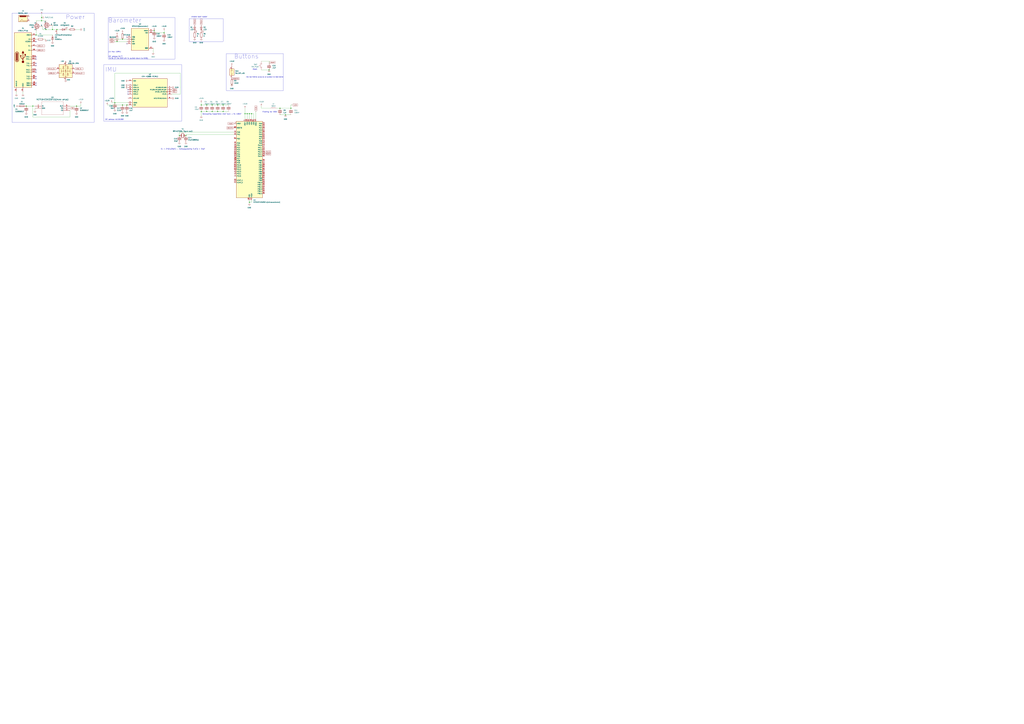
<source format=kicad_sch>
(kicad_sch (version 20230121) (generator eeschema)
  (paper "A0")
  (lib_symbols
    (symbol "2024-02-19_22-09-14:USB4105-GF-A" (pin_names (offset 0.254))
      (property "Reference" "J" (at 20.32 10.16 0))
      (property "Value" "USB4105-GF-A" (at 20.32 7.62 0))
      (symbol "USB4105-GF-A_0_1"
        (pin power_out line (at 0 0 0) (length 7.62) (name "GND") (number "A1-B12"))
        (pin power_in line (at 0 -2.54 0) (length 7.62) (name "VBUS") (number "A4-B9"))
        (pin bidirectional line (at 0 -5.08 0) (length 7.62) (name "CC1") (number "A5"))
        (pin bidirectional line (at 0 -7.62 0) (length 7.62) (name "DP1") (number "A6"))
        (pin bidirectional line (at 0 -10.16 0) (length 7.62) (name "DN1") (number "A7"))
        (pin bidirectional line (at 0 -12.7 0) (length 7.62) (name "SBU1") (number "A8"))
        (pin power_out line (at 40.64 -12.7 180) (length 7.62) (name "GND") (number "B1-A12"))
        (pin power_in line (at 40.64 -10.16 180) (length 7.62) (name "VBUS") (number "B4-A9"))
        (pin bidirectional line (at 40.64 -7.62 180) (length 7.62) (name "CC2") (number "B5"))
        (pin bidirectional line (at 40.64 -5.08 180) (length 7.62) (name "DP2") (number "B6"))
        (pin bidirectional line (at 40.64 -2.54 180) (length 7.62) (name "DN2") (number "B7"))
        (pin bidirectional line (at 40.64 0 180) (length 7.62) (name "SBU2") (number "B8"))
      )
    )
    (symbol "Connector:Barrel_Jack" (pin_names (offset 1.016))
      (property "Reference" "J" (at 0 5.334 0))
      (property "Value" "Barrel_Jack" (at 0 -5.08 0))
      (symbol "Barrel_Jack_1_1"
        (pin passive line (at 7.62 2.54 180) (length 2.54) (name "~") (number "1"))
        (pin passive line (at 7.62 -2.54 180) (length 2.54) (name "~") (number "2"))
      )
    )
    (symbol "Connector:Conn_01x01_Pin" (pin_names (offset 1.016) hide)
      (property "Reference" "J" (at 0 2.54 0))
      (property "Value" "Conn_01x01_Pin" (at 0 -2.54 0))
      (symbol "Conn_01x01_Pin_1_1"
        (pin passive line (at 5.08 0 180) (length 3.81) (name "Pin_1") (number "1"))
      )
    )
    (symbol "Connector:USB_C_Plug" (pin_names (offset 1.016))
      (property "Reference" "P" (at -10.16 29.21 0))
      (property "Value" "USB_C_Plug" (at 10.16 29.21 0))
      (symbol "USB_C_Plug_1_1"
        (pin passive line (at 0 -40.64 90) (length 5.08) (name "GND") (number "A1"))
        (pin bidirectional line (at 15.24 -15.24 180) (length 5.08) (name "RX2-") (number "A10"))
        (pin bidirectional line (at 15.24 -17.78 180) (length 5.08) (name "RX2+") (number "A11"))
        (pin passive line (at 0 -40.64 90) (length 5.08) hide (name "GND") (number "A12"))
        (pin bidirectional line (at 15.24 -10.16 180) (length 5.08) (name "TX1+") (number "A2"))
        (pin bidirectional line (at 15.24 -7.62 180) (length 5.08) (name "TX1-") (number "A3"))
        (pin passive line (at 15.24 25.4 180) (length 5.08) (name "VBUS") (number "A4"))
        (pin bidirectional line (at 15.24 20.32 180) (length 5.08) (name "CC") (number "A5"))
        (pin bidirectional line (at 15.24 7.62 180) (length 5.08) (name "D+") (number "A6"))
        (pin bidirectional line (at 15.24 12.7 180) (length 5.08) (name "D-") (number "A7"))
        (pin bidirectional line (at 15.24 -30.48 180) (length 5.08) (name "SBU1") (number "A8"))
        (pin passive line (at 15.24 25.4 180) (length 5.08) hide (name "VBUS") (number "A9"))
        (pin passive line (at 0 -40.64 90) (length 5.08) hide (name "GND") (number "B1"))
        (pin bidirectional line (at 15.24 0 180) (length 5.08) (name "RX1-") (number "B10"))
        (pin bidirectional line (at 15.24 -2.54 180) (length 5.08) (name "RX1+") (number "B11"))
        (pin passive line (at 0 -40.64 90) (length 5.08) hide (name "GND") (number "B12"))
        (pin bidirectional line (at 15.24 -25.4 180) (length 5.08) (name "TX2+") (number "B2"))
        (pin bidirectional line (at 15.24 -22.86 180) (length 5.08) (name "TX2-") (number "B3"))
        (pin passive line (at 15.24 25.4 180) (length 5.08) hide (name "VBUS") (number "B4"))
        (pin bidirectional line (at 15.24 17.78 180) (length 5.08) (name "VCONN") (number "B5"))
        (pin bidirectional line (at 15.24 -33.02 180) (length 5.08) (name "SBU2") (number "B8"))
        (pin passive line (at 15.24 25.4 180) (length 5.08) hide (name "VBUS") (number "B9"))
        (pin passive line (at -7.62 -40.64 90) (length 5.08) (name "SHIELD") (number "S1"))
      )
    )
    (symbol "DPS310:DPS310" (pin_names (offset 1.016))
      (property "Reference" "U" (at -10.16 13.462 0))
      (property "Value" "DPS310" (at -10.16 -15.24 0))
      (symbol "DPS310_0_0"
        (pin power_in line (at 15.24 -10.16 180) (length 5.08) (name "GND") (number "1"))
        (pin input line (at -15.24 2.54 0) (length 5.08) (name "~{CSB}") (number "2"))
        (pin bidirectional line (at -15.24 -2.54 0) (length 5.08) (name "SDI") (number "3"))
        (pin input clock (at -15.24 0 0) (length 5.08) (name "SCK") (number "4"))
        (pin output line (at -15.24 -5.08 0) (length 5.08) (name "SDO") (number "5"))
        (pin power_in line (at 15.24 10.16 180) (length 5.08) (name "VDDIO") (number "6"))
        (pin power_in line (at 15.24 -10.16 180) (length 5.08) (name "GND") (number "7"))
        (pin power_in line (at 15.24 7.62 180) (length 5.08) (name "VDD") (number "8"))
      )
    )
    (symbol "Device:C" (pin_numbers hide) (pin_names (offset 0.254))
      (property "Reference" "C" (at 0.635 2.54 0))
      (property "Value" "C" (at 0.635 -2.54 0))
      (symbol "C_1_1"
        (pin passive line (at 0 3.81 270) (length 2.794) (name "~") (number "1"))
        (pin passive line (at 0 -3.81 90) (length 2.794) (name "~") (number "2"))
      )
    )
    (symbol "Device:Crystal" (pin_numbers hide) (pin_names (offset 1.016) hide)
      (property "Reference" "Y" (at 0 3.81 0))
      (property "Value" "Crystal" (at 0 -3.81 0))
      (symbol "Crystal_1_1"
        (pin passive line (at -3.81 0 0) (length 1.27) (name "1") (number "1"))
        (pin passive line (at 3.81 0 180) (length 1.27) (name "2") (number "2"))
      )
    )
    (symbol "Device:Fuse" (pin_numbers hide) (pin_names (offset 0))
      (property "Reference" "F" (at 2.032 0 90))
      (property "Value" "Fuse" (at -1.905 0 90))
      (symbol "Fuse_1_1"
        (pin passive line (at 0 3.81 270) (length 1.27) (name "~") (number "1"))
        (pin passive line (at 0 -3.81 90) (length 1.27) (name "~") (number "2"))
      )
    )
    (symbol "Device:L" (pin_numbers hide) (pin_names (offset 1.016) hide)
      (property "Reference" "L" (at -1.27 0 90))
      (property "Value" "L" (at 1.905 0 90))
      (symbol "L_1_1"
        (pin passive line (at 0 3.81 270) (length 1.27) (name "1") (number "1"))
        (pin passive line (at 0 -3.81 90) (length 1.27) (name "2") (number "2"))
      )
    )
    (symbol "Device:LED" (pin_numbers hide) (pin_names (offset 1.016) hide)
      (property "Reference" "D" (at 0 2.54 0))
      (property "Value" "LED" (at 0 -2.54 0))
      (symbol "LED_1_1"
        (pin passive line (at -3.81 0 0) (length 2.54) (name "K") (number "1"))
        (pin passive line (at 3.81 0 180) (length 2.54) (name "A") (number "2"))
      )
    )
    (symbol "Device:R" (pin_numbers hide) (pin_names (offset 0))
      (property "Reference" "R" (at 2.032 0 90))
      (property "Value" "R" (at 0 0 90))
      (symbol "R_1_1"
        (pin passive line (at 0 3.81 270) (length 1.27) (name "~") (number "1"))
        (pin passive line (at 0 -3.81 90) (length 1.27) (name "~") (number "2"))
      )
    )
    (symbol "Diode:ESD5Zxx" (pin_numbers hide) (pin_names hide)
      (property "Reference" "D" (at 0 2.54 0))
      (property "Value" "ESD5Zxx" (at 0 -2.54 0))
      (symbol "ESD5Zxx_1_1"
        (pin passive line (at -3.81 0 0) (length 2.54) (name "K") (number "1"))
        (pin passive line (at 3.81 0 180) (length 2.54) (name "A") (number "2"))
      )
    )
    (symbol "ICM-42688-P:ICM-42688-P" (pin_names (offset 1.016))
      (property "Reference" "U" (at -20.32 16.002 0))
      (property "Value" "ICM-42688-P" (at -20.32 -20.32 0))
      (symbol "ICM-42688-P_0_0"
        (pin bidirectional line (at -25.4 -7.62 0) (length 5.08) (name "AP_SDO/AP_AD0") (number "1"))
        (pin passive line (at 25.4 -5.08 180) (length 5.08) (name "RESV_10") (number "10"))
        (pin passive line (at 25.4 -7.62 180) (length 5.08) (name "RESV_11") (number "11"))
        (pin input line (at -25.4 0 0) (length 5.08) (name "AP_CS") (number "12"))
        (pin input clock (at -25.4 -2.54 0) (length 5.08) (name "AP_SCL/AP_SCLK") (number "13"))
        (pin bidirectional line (at -25.4 -5.08 0) (length 5.08) (name "AP_SDA/AP_SDIO/AP_SDI") (number "14"))
        (pin passive line (at 25.4 0 180) (length 5.08) (name "RESV_2") (number "2"))
        (pin passive line (at 25.4 -2.54 180) (length 5.08) (name "RESV_3") (number "3"))
        (pin output line (at 25.4 5.08 180) (length 5.08) (name "INT1/INT") (number "4"))
        (pin power_in line (at 25.4 10.16 180) (length 5.08) (name "VDDIO") (number "5"))
        (pin power_in line (at 25.4 -15.24 180) (length 5.08) (name "GND") (number "6"))
        (pin passive line (at 25.4 -10.16 180) (length 5.08) (name "RESV_7") (number "7"))
        (pin power_in line (at 25.4 12.7 180) (length 5.08) (name "VDD") (number "8"))
        (pin bidirectional line (at -25.4 5.08 0) (length 5.08) (name "INT2/FSYNC/CLKIN") (number "9"))
      )
    )
    (symbol "MCU_ST_STM32F4:STM32F405RGTx"
      (property "Reference" "U" (at -15.24 46.99 0))
      (property "Value" "STM32F405RGTx" (at 10.16 46.99 0))
      (symbol "STM32F405RGTx_1_1"
        (pin power_in line (at -5.08 48.26 270) (length 2.54) (name "VBAT") (number "1"))
        (pin bidirectional line (at -17.78 15.24 0) (length 2.54) (name "PC2") (number "10"))
        (pin bidirectional line (at -17.78 12.7 0) (length 2.54) (name "PC3") (number "11"))
        (pin power_in line (at 2.54 -45.72 90) (length 2.54) (name "VSSA") (number "12"))
        (pin power_in line (at 7.62 48.26 270) (length 2.54) (name "VDDA") (number "13"))
        (pin bidirectional line (at 17.78 43.18 180) (length 2.54) (name "PA0") (number "14"))
        (pin bidirectional line (at 17.78 40.64 180) (length 2.54) (name "PA1") (number "15"))
        (pin bidirectional line (at 17.78 38.1 180) (length 2.54) (name "PA2") (number "16"))
        (pin bidirectional line (at 17.78 35.56 180) (length 2.54) (name "PA3") (number "17"))
        (pin power_in line (at 0 -45.72 90) (length 2.54) (name "VSS") (number "18"))
        (pin power_in line (at -2.54 48.26 270) (length 2.54) (name "VDD") (number "19"))
        (pin bidirectional line (at -17.78 -12.7 0) (length 2.54) (name "PC13") (number "2"))
        (pin bidirectional line (at 17.78 33.02 180) (length 2.54) (name "PA4") (number "20"))
        (pin bidirectional line (at 17.78 30.48 180) (length 2.54) (name "PA5") (number "21"))
        (pin bidirectional line (at 17.78 27.94 180) (length 2.54) (name "PA6") (number "22"))
        (pin bidirectional line (at 17.78 25.4 180) (length 2.54) (name "PA7") (number "23"))
        (pin bidirectional line (at -17.78 10.16 0) (length 2.54) (name "PC4") (number "24"))
        (pin bidirectional line (at -17.78 7.62 0) (length 2.54) (name "PC5") (number "25"))
        (pin bidirectional line (at 17.78 0 180) (length 2.54) (name "PB0") (number "26"))
        (pin bidirectional line (at 17.78 -2.54 180) (length 2.54) (name "PB1") (number "27"))
        (pin bidirectional line (at 17.78 -5.08 180) (length 2.54) (name "PB2") (number "28"))
        (pin bidirectional line (at 17.78 -25.4 180) (length 2.54) (name "PB10") (number "29"))
        (pin bidirectional line (at -17.78 -15.24 0) (length 2.54) (name "PC14") (number "3"))
        (pin bidirectional line (at 17.78 -27.94 180) (length 2.54) (name "PB11") (number "30"))
        (pin power_out line (at -17.78 -22.86 0) (length 2.54) (name "VCAP_1") (number "31"))
        (pin power_in line (at 0 48.26 270) (length 2.54) (name "VDD") (number "32"))
        (pin bidirectional line (at 17.78 -30.48 180) (length 2.54) (name "PB12") (number "33"))
        (pin bidirectional line (at 17.78 -33.02 180) (length 2.54) (name "PB13") (number "34"))
        (pin bidirectional line (at 17.78 -35.56 180) (length 2.54) (name "PB14") (number "35"))
        (pin bidirectional line (at 17.78 -38.1 180) (length 2.54) (name "PB15") (number "36"))
        (pin bidirectional line (at -17.78 5.08 0) (length 2.54) (name "PC6") (number "37"))
        (pin bidirectional line (at -17.78 2.54 0) (length 2.54) (name "PC7") (number "38"))
        (pin bidirectional line (at -17.78 0 0) (length 2.54) (name "PC8") (number "39"))
        (pin bidirectional line (at -17.78 -17.78 0) (length 2.54) (name "PC15") (number "4"))
        (pin bidirectional line (at -17.78 -2.54 0) (length 2.54) (name "PC9") (number "40"))
        (pin bidirectional line (at 17.78 22.86 180) (length 2.54) (name "PA8") (number "41"))
        (pin bidirectional line (at 17.78 20.32 180) (length 2.54) (name "PA9") (number "42"))
        (pin bidirectional line (at 17.78 17.78 180) (length 2.54) (name "PA10") (number "43"))
        (pin bidirectional line (at 17.78 15.24 180) (length 2.54) (name "PA11") (number "44"))
        (pin bidirectional line (at 17.78 12.7 180) (length 2.54) (name "PA12") (number "45"))
        (pin bidirectional line (at 17.78 10.16 180) (length 2.54) (name "PA13") (number "46"))
        (pin power_out line (at -17.78 -25.4 0) (length 2.54) (name "VCAP_2") (number "47"))
        (pin power_in line (at 2.54 48.26 270) (length 2.54) (name "VDD") (number "48"))
        (pin bidirectional line (at 17.78 7.62 180) (length 2.54) (name "PA14") (number "49"))
        (pin bidirectional line (at -17.78 33.02 0) (length 2.54) (name "PH0") (number "5"))
        (pin bidirectional line (at 17.78 5.08 180) (length 2.54) (name "PA15") (number "50"))
        (pin bidirectional line (at -17.78 -5.08 0) (length 2.54) (name "PC10") (number "51"))
        (pin bidirectional line (at -17.78 -7.62 0) (length 2.54) (name "PC11") (number "52"))
        (pin bidirectional line (at -17.78 -10.16 0) (length 2.54) (name "PC12") (number "53"))
        (pin bidirectional line (at -17.78 25.4 0) (length 2.54) (name "PD2") (number "54"))
        (pin bidirectional line (at 17.78 -7.62 180) (length 2.54) (name "PB3") (number "55"))
        (pin bidirectional line (at 17.78 -10.16 180) (length 2.54) (name "PB4") (number "56"))
        (pin bidirectional line (at 17.78 -12.7 180) (length 2.54) (name "PB5") (number "57"))
        (pin bidirectional line (at 17.78 -15.24 180) (length 2.54) (name "PB6") (number "58"))
        (pin bidirectional line (at 17.78 -17.78 180) (length 2.54) (name "PB7") (number "59"))
        (pin bidirectional line (at -17.78 30.48 0) (length 2.54) (name "PH1") (number "6"))
        (pin input line (at -17.78 38.1 0) (length 2.54) (name "BOOT0") (number "60"))
        (pin bidirectional line (at 17.78 -20.32 180) (length 2.54) (name "PB8") (number "61"))
        (pin bidirectional line (at 17.78 -22.86 180) (length 2.54) (name "PB9") (number "62"))
        (pin passive line (at 0 -45.72 90) (length 2.54) hide (name "VSS") (number "63"))
        (pin power_in line (at 5.08 48.26 270) (length 2.54) (name "VDD") (number "64"))
        (pin input line (at -17.78 43.18 0) (length 2.54) (name "NRST") (number "7"))
        (pin bidirectional line (at -17.78 20.32 0) (length 2.54) (name "PC0") (number "8"))
        (pin bidirectional line (at -17.78 17.78 0) (length 2.54) (name "PC1") (number "9"))
      )
    )
    (symbol "NCP164CSN330T1G:NCP164CSN330T1G" (pin_names (offset 0.254))
      (property "Reference" "U" (at 20.32 10.16 0))
      (property "Value" "NCP164CSN330T1G" (at 20.32 7.62 0))
      (symbol "NCP164CSN330T1G_0_1"
        (pin power_in line (at 0 0 0) (length 7.62) (name "IN") (number "1"))
        (pin power_out line (at 0 -2.54 0) (length 7.62) (name "GND") (number "2"))
        (pin unspecified line (at 40.64 -5.08 180) (length 7.62) (name "EN") (number "3"))
        (pin unspecified line (at 40.64 -2.54 180) (length 7.62) (name "PG") (number "4"))
        (pin output line (at 40.64 0 180) (length 7.62) (name "OUT") (number "5"))
      )
    )
    (symbol "Power_Protection:USBLC6-2P6" (pin_names hide)
      (property "Reference" "U" (at 2.54 8.89 0))
      (property "Value" "USBLC6-2P6" (at 2.54 -8.89 0))
      (symbol "USBLC6-2P6_1_1"
        (pin passive line (at -10.16 -2.54 0) (length 2.54) (name "I/O1") (number "1"))
        (pin passive line (at 0 -10.16 90) (length 2.54) (name "GND") (number "2"))
        (pin passive line (at 10.16 -2.54 180) (length 2.54) (name "I/O2") (number "3"))
        (pin passive line (at 10.16 2.54 180) (length 2.54) (name "I/O2") (number "4"))
        (pin passive line (at 0 10.16 270) (length 2.54) (name "VBUS") (number "5"))
        (pin passive line (at -10.16 2.54 0) (length 2.54) (name "I/O1") (number "6"))
      )
    )
    (symbol "Simulation_SPICE:NMOS" (pin_numbers hide) (pin_names (offset 0))
      (property "Reference" "Q" (at 5.08 1.27 0))
      (property "Value" "NMOS" (at 5.08 -1.27 0))
      (symbol "NMOS_1_1"
        (pin passive line (at 2.54 5.08 270) (length 2.54) (name "D") (number "1"))
        (pin input line (at -5.08 0 0) (length 2.54) (name "G") (number "2"))
        (pin passive line (at 2.54 -5.08 90) (length 2.54) (name "S") (number "3"))
      )
    )
    (symbol "Simulation_SPICE:PMOS" (pin_numbers hide) (pin_names (offset 0))
      (property "Reference" "Q" (at 5.08 1.27 0))
      (property "Value" "PMOS" (at 5.08 -1.27 0))
      (symbol "PMOS_1_1"
        (pin passive line (at 2.54 5.08 270) (length 2.54) (name "D") (number "1"))
        (pin input line (at -5.08 0 0) (length 2.54) (name "G") (number "2"))
        (pin passive line (at 2.54 -5.08 90) (length 2.54) (name "S") (number "3"))
      )
    )
    (symbol "Switch:SW_DIP_x01" (pin_names (offset 0) hide)
      (property "Reference" "SW" (at 0 3.81 0))
      (property "Value" "SW_DIP_x01" (at 0 -3.81 0))
      (symbol "SW_DIP_x01_1_1"
        (pin passive line (at -7.62 0 0) (length 5.08) (name "~") (number "1"))
        (pin passive line (at 7.62 0 180) (length 5.08) (name "~") (number "2"))
      )
    )
    (symbol "Switch:SW_Push" (pin_numbers hide) (pin_names (offset 1.016) hide)
      (property "Reference" "SW" (at 1.27 2.54 0))
      (property "Value" "SW_Push" (at 0 -1.524 0))
      (symbol "SW_Push_0_1"
        (pin passive line (at -5.08 0 0) (length 2.54) (name "1") (number "1"))
        (pin passive line (at 5.08 0 180) (length 2.54) (name "2") (number "2"))
      )
    )
    (symbol "power:+3.3V" (power) (pin_names (offset 0))
      (property "Value" "+3.3V" (at 0 3.556 0))
      (symbol "+3.3V_1_1"
        (pin power_in line (at 0 0 90) (length 0) hide (name "+3.3V") (number "1"))
      )
    )
    (symbol "power:+5V" (power) (pin_names (offset 0))
      (property "Value" "+5V" (at 0 3.556 0))
      (symbol "+5V_1_1"
        (pin power_in line (at 0 0 90) (length 0) hide (name "+5V") (number "1"))
      )
    )
    (symbol "power:GND" (power) (pin_names (offset 0))
      (property "Value" "GND" (at 0 -3.81 0))
      (symbol "GND_1_1"
        (pin power_in line (at 0 0 270) (length 0) hide (name "GND") (number "1"))
      )
    )
    (symbol "power:PWR_FLAG" (power) (pin_numbers hide) (pin_names (offset 0) hide)
      (property "Value" "PWR_FLAG" (at 0 3.81 0))
      (symbol "PWR_FLAG_0_0"
        (pin power_out line (at 0 0 90) (length 0) (name "pwr") (number "1"))
      )
    )
  )
  (junction (at 325.12 125.73))
  (junction (at 287.02 132.08))
  (junction (at 135.89 48.26))
  (junction (at 179.07 35.56))
  (junction (at 190.5 38.1))
  (junction (at 88.9 123.19))
  (junction (at 252.73 121.92))
  (junction (at 48.26 24.13))
  (junction (at 312.42 81.28))
  (junction (at 147.32 121.92))
  (junction (at 289.56 234.95))
  (junction (at 331.47 133.35))
  (junction (at 66.04 34.29))
  (junction (at 233.68 121.92))
  (junction (at 133.35 119.38))
  (junction (at 233.68 129.54))
  (junction (at 292.1 132.08))
  (junction (at 38.1 123.19))
  (junction (at 240.03 129.54))
  (junction (at 240.03 121.92))
  (junction (at 53.34 34.29))
  (junction (at 259.08 129.54))
  (junction (at 246.38 121.92))
  (junction (at 284.48 132.08))
  (junction (at 252.73 129.54))
  (junction (at 215.9 157.48))
  (junction (at 60.96 34.29))
  (junction (at 30.48 123.19))
  (junction (at 246.38 129.54))
  (junction (at 142.24 121.92))
  (junction (at 48.26 20.32))
  (junction (at 259.08 121.92))
  (junction (at 142.24 45.72))
  (junction (at 337.82 125.73))
  (junction (at 289.56 132.08))
  (junction (at 41.91 40.64))
  (junction (at 208.28 157.48))
  (no_connect (at 41.91 48.26))
  (no_connect (at 147.32 50.8))
  (no_connect (at 148.59 104.14))
  (no_connect (at 41.91 66.04))
  (no_connect (at 148.59 109.22))
  (no_connect (at 147.32 43.18))
  (no_connect (at 41.91 83.82))
  (no_connect (at 41.91 76.2))
  (no_connect (at 41.91 88.9))
  (no_connect (at 41.91 81.28))
  (no_connect (at 41.91 99.06))
  (no_connect (at 41.91 73.66))
  (no_connect (at 41.91 68.58))
  (no_connect (at 148.59 106.68))
  (no_connect (at 41.91 91.44))
  (no_connect (at 41.91 96.52))
  (wire (pts (xy 292.1 132.08) (xy 294.64 132.08)))
  (wire (pts (xy 289.56 232.41) (xy 289.56 234.95)))
  (wire (pts (xy 77.47 34.29) (xy 80.01 34.29)))
  (wire (pts (xy 292.1 232.41) (xy 292.1 234.95)))
  (wire (pts (xy 147.32 45.72) (xy 142.24 45.72)))
  (wire (pts (xy 179.07 35.56) (xy 177.8 35.56)))
  (wire (pts (xy 303.53 71.12) (xy 312.42 71.12)))
  (wire (pts (xy 339.09 121.92) (xy 337.82 121.92)))
  (wire (pts (xy 49.53 30.48) (xy 49.53 34.29)))
  (wire (pts (xy 325.12 125.73) (xy 337.82 125.73)))
  (wire (pts (xy 66.04 34.29) (xy 69.85 34.29)))
  (wire (pts (xy 76.2 73.66) (xy 76.2 72.39)))
  (wire (pts (xy 215.9 156.21) (xy 215.9 157.48)))
  (wire (pts (xy 60.96 29.21) (xy 60.96 34.29)))
  (wire (pts (xy 48.26 20.32) (xy 48.26 24.13)))
  (wire (pts (xy 240.03 129.54) (xy 246.38 129.54)))
  (wire (pts (xy 142.24 45.72) (xy 133.35 45.72)))
  (wire (pts (xy 271.78 156.21) (xy 215.9 156.21)))
  (wire (pts (xy 49.53 34.29) (xy 53.34 34.29)))
  (wire (pts (xy 41.91 24.13) (xy 48.26 24.13)))
  (wire (pts (xy 41.91 45.72) (xy 43.18 45.72)))
  (wire (pts (xy 41.91 24.13) (xy 41.91 25.4)))
  (wire (pts (xy 177.8 55.88) (xy 177.8 60.96)))
  (wire (pts (xy 133.35 85.09) (xy 209.55 85.09)))
  (wire (pts (xy 303.53 125.73) (xy 313.69 125.73)))
  (wire (pts (xy 292.1 132.08) (xy 292.1 138.43)))
  (wire (pts (xy 129.54 119.38) (xy 133.35 119.38)))
  (wire (pts (xy 331.47 133.35) (xy 337.82 133.35)))
  (wire (pts (xy 284.48 132.08) (xy 284.48 138.43)))
  (wire (pts (xy 88.9 123.19) (xy 93.98 123.19)))
  (wire (pts (xy 297.18 129.54) (xy 297.18 138.43)))
  (wire (pts (xy 271.78 153.67) (xy 208.28 153.67)))
  (wire (pts (xy -50.8 59.69) (xy -52.07 59.69)))
  (wire (pts (xy 289.56 132.08) (xy 289.56 138.43)))
  (wire (pts (xy 41.91 35.56) (xy 41.91 40.64)))
  (wire (pts (xy 133.35 48.26) (xy 135.89 48.26)))
  (wire (pts (xy 190.5 35.56) (xy 190.5 38.1)))
  (wire (pts (xy 289.56 132.08) (xy 292.1 132.08)))
  (wire (pts (xy 135.89 48.26) (xy 147.32 48.26)))
  (wire (pts (xy 284.48 125.73) (xy 284.48 132.08)))
  (wire (pts (xy 87.63 34.29) (xy 92.71 34.29)))
  (wire (pts (xy 133.35 119.38) (xy 133.35 85.09)))
  (wire (pts (xy 289.56 234.95) (xy 289.56 236.22)))
  (wire (pts (xy 312.42 71.12) (xy 312.42 73.66)))
  (wire (pts (xy 53.34 45.72) (xy 50.8 45.72)))
  (wire (pts (xy 38.1 135.89) (xy 81.28 135.89)))
  (wire (pts (xy 259.08 121.92) (xy 265.43 121.92)))
  (wire (pts (xy 81.28 123.19) (xy 88.9 123.19)))
  (wire (pts (xy 26.67 106.68) (xy 26.67 109.22)))
  (wire (pts (xy 48.26 16.51) (xy 48.26 20.32)))
  (wire (pts (xy 252.73 121.92) (xy 259.08 121.92)))
  (wire (pts (xy 240.03 121.92) (xy 246.38 121.92)))
  (wire (pts (xy 60.96 34.29) (xy 66.04 34.29)))
  (wire (pts (xy 209.55 85.09) (xy 209.55 109.22)))
  (wire (pts (xy 303.53 123.19) (xy 303.53 125.73)))
  (wire (pts (xy 30.48 123.19) (xy 38.1 123.19)))
  (wire (pts (xy 287.02 132.08) (xy 287.02 138.43)))
  (wire (pts (xy 208.28 153.67) (xy 208.28 157.48)))
  (wire (pts (xy 292.1 234.95) (xy 289.56 234.95)))
  (wire (pts (xy -10.16 59.69) (xy -11.43 59.69)))
  (wire (pts (xy 38.1 123.19) (xy 40.64 123.19)))
  (wire (pts (xy 38.1 123.19) (xy 38.1 135.89)))
  (wire (pts (xy 252.73 129.54) (xy 259.08 129.54)))
  (wire (pts (xy 147.32 121.92) (xy 148.59 121.92)))
  (wire (pts (xy 246.38 121.92) (xy 252.73 121.92)))
  (wire (pts (xy 41.91 40.64) (xy 60.96 40.64)))
  (wire (pts (xy 81.28 135.89) (xy 81.28 128.27)))
  (wire (pts (xy 325.12 133.35) (xy 331.47 133.35)))
  (wire (pts (xy 233.68 119.38) (xy 233.68 121.92)))
  (wire (pts (xy 53.34 34.29) (xy 60.96 34.29)))
  (wire (pts (xy 269.24 99.06) (xy 269.24 97.79)))
  (wire (pts (xy 19.05 106.68) (xy 19.05 109.22)))
  (wire (pts (xy 209.55 109.22) (xy 199.39 109.22)))
  (wire (pts (xy 259.08 129.54) (xy 265.43 129.54)))
  (wire (pts (xy 325.12 125.73) (xy 321.31 125.73)))
  (wire (pts (xy 294.64 132.08) (xy 294.64 138.43)))
  (wire (pts (xy 124.46 121.92) (xy 142.24 121.92)))
  (wire (pts (xy 233.68 134.62) (xy 233.68 129.54)))
  (wire (pts (xy 40.64 125.73) (xy 40.64 128.27)))
  (wire (pts (xy 240.03 121.92) (xy 233.68 121.92)))
  (wire (pts (xy 48.26 24.13) (xy 53.34 24.13)))
  (wire (pts (xy 177.8 38.1) (xy 190.5 38.1)))
  (wire (pts (xy 287.02 132.08) (xy 289.56 132.08)))
  (wire (pts (xy 284.48 132.08) (xy 287.02 132.08)))
  (wire (pts (xy 93.98 123.19) (xy 93.98 120.65)))
  (wire (pts (xy 240.03 129.54) (xy 233.68 129.54)))
  (wire (pts (xy 337.82 121.92) (xy 337.82 125.73)))
  (wire (pts (xy 142.24 121.92) (xy 147.32 121.92)))
  (wire (pts (xy 303.53 81.28) (xy 312.42 81.28)))
  (wire (pts (xy 133.35 119.38) (xy 148.59 119.38)))
  (wire (pts (xy 29.21 123.19) (xy 30.48 123.19)))
  (wire (pts (xy 246.38 129.54) (xy 252.73 129.54)))
  (rectangle (start 219.71 21.59) (end 259.08 48.26))
  (rectangle (start 13.97 15.24) (end 109.22 142.24))
  (rectangle (start 262.89 62.23) (end 328.93 105.41))
  (rectangle (start 125.73 20.32) (end 203.2 68.58))
  (rectangle (start 120.65 74.93) (end 210.82 140.97))
  (text "filtering for VDDA\n" (at 304.8 130.81 0) (effects (font (size 1.27 1.27)) (justify left bottom)))
  (text "enable boot loader\n" (at 222.25 20.32 0) (effects (font (size 1.27 1.27)) (justify left bottom)))
  (text "I2C adress: b1101000" (at 121.92 139.7 0) (effects (font (size 1.27 1.27)) (justify left bottom)))
  (text "Buttons" (at 271.78 68.58 0) (effects (font (size 5 5)) (justify left bottom)))
  (text "IMU\n" (at 121.92 83.82 0) (effects (font (size 5 5)) (justify left bottom)))
  (text "Power\n" (at 76.2 22.86 0) (effects (font (size 5 5)) (justify left bottom)))
  (text "CL = 2*(CL(20pF) - Cstray(guessing 3 pF)) = 34pF\n" (at 186.69 173.99 0) (effects (font (size 1.27 1.27)) (justify left bottom)))
  (text "Decoupling Capacitors: 10uF bulk + 5x 100nF\n" (at 234.95 133.35 0) (effects (font (size 1.27 1.27)) (justify left bottom)))
  (text "Reset\n" (at 293.37 81.28 0) (effects (font (size 1.27 1.27)) (justify left bottom)))
  (text "nrst has internal pullup so we pulldown to reset device\n" (at 285.75 90.17 0) (effects (font (size 1 1)) (justify left bottom)))
  (text "Barometer" (at 125.73 26.67 0) (effects (font (size 5 5)) (justify left bottom)))
  (text "I2C adress: 0x77\n 0x76 (if the SDO pin is pulled-down to GND)." (at 125.73 68.58 0) (effects (font (size 1.27 1.27)) (justify left bottom)))
  (text "clk max 10Mhz\n" (at 125.73 60.96 0) (effects (font (size 1.27 1.27)) (justify left bottom)))
  (global_label "USB_D-" (shape input) (at 41.91 53.34 0) (property "Intersheetrefs" "${INTERSHEET_REFS}" (effects hide)))
  (global_label "BOOT0" (shape input) (at 271.78 148.59 180) (property "Intersheetrefs" "${INTERSHEET_REFS}" (effects hide)))
  (global_label "USB_D+" (shape input) (at 66.04 85.09 180) (property "Intersheetrefs" "${INTERSHEET_REFS}" (effects hide)))
  (global_label "SCK" (shape input) (at 133.35 45.72 180) (property "Intersheetrefs" "${INTERSHEET_REFS}" (effects hide)))
  (global_label "3.3A" (shape input) (at 297.18 129.54 90) (property "Intersheetrefs" "${INTERSHEET_REFS}" (effects hide)))
  (global_label "micro_D-" (shape input) (at 86.36 85.09 0) (property "Intersheetrefs" "${INTERSHEET_REFS}" (effects hide)))
  (global_label "USB_D-" (shape input) (at 86.36 80.01 0) (property "Intersheetrefs" "${INTERSHEET_REFS}" (effects hide)))
  (global_label "3.3A" (shape input) (at 339.09 121.92 0) (property "Intersheetrefs" "${INTERSHEET_REFS}" (effects hide)))
  (global_label "BOOT0" (shape input) (at 269.24 91.44 0) (property "Intersheetrefs" "${INTERSHEET_REFS}" (effects hide)))
  (global_label "PA13" (shape input) (at 226.06 29.21 90) (property "Intersheetrefs" "${INTERSHEET_REFS}" (effects hide)))
  (global_label "PA14" (shape input) (at 233.68 29.21 90) (property "Intersheetrefs" "${INTERSHEET_REFS}" (effects hide)))
  (global_label "SDA" (shape input) (at 199.39 104.14 0) (property "Intersheetrefs" "${INTERSHEET_REFS}" (effects hide)))
  (global_label "SDA" (shape input) (at 133.35 48.26 180) (property "Intersheetrefs" "${INTERSHEET_REFS}" (effects hide)))
  (global_label "micro_D+" (shape input) (at 66.04 80.01 180) (property "Intersheetrefs" "${INTERSHEET_REFS}" (effects hide)))
  (global_label "PG" (shape input) (at 81.28 125.73 0) (property "Intersheetrefs" "${INTERSHEET_REFS}" (effects hide)))
  (global_label "reset" (shape input) (at 312.42 72.39 0) (property "Intersheetrefs" "${INTERSHEET_REFS}" (effects hide)))
  (global_label "PA13" (shape input) (at 307.34 176.53 0) (property "Intersheetrefs" "${INTERSHEET_REFS}" (effects hide)))
  (global_label "USB_D+" (shape input) (at 41.91 58.42 0) (property "Intersheetrefs" "${INTERSHEET_REFS}" (effects hide)))
  (global_label "PA14" (shape input) (at 307.34 179.07 0) (property "Intersheetrefs" "${INTERSHEET_REFS}" (effects hide)))
  (global_label "reset" (shape input) (at 271.78 143.51 180) (property "Intersheetrefs" "${INTERSHEET_REFS}" (effects hide)))
  (global_label "SCL" (shape input) (at 199.39 106.68 0) (property "Intersheetrefs" "${INTERSHEET_REFS}" (effects hide)))
  (symbol (lib_id "Device:Crystal") (at 212.09 157.48 0) (unit 1)
    (property "Reference" "Y1" (at 212.09 149.86 0))
    (property "Value" "8MHz(TODO: figure out)" (at 212.09 152.4 0))
  )
  (symbol (lib_id "Switch:SW_Push") (at 303.53 76.2 90) (unit 1)
    (property "Reference" "SW2" (at 294.64 74.93 90) (effects (justify right)))
    (property "Value" "SW_Push" (at 292.1 77.47 90) (effects (justify right)))
  )
  (symbol (lib_id "power:GND") (at 148.59 101.6 270) (unit 1)
    (property "Reference" "#PWR043" (effects hide))
    (property "Value" "GND" (at 144.78 101.6 90) (effects (justify right)))
  )
  (symbol (lib_id "power:GND") (at 88.9 130.81 0) (unit 1)
    (property "Reference" "#PWR010" (effects hide))
    (property "Value" "GND" (at 88.9 135.89 0))
  )
  (symbol (lib_id "power:GND") (at 92.71 34.29 90) (unit 1)
    (property "Reference" "#PWR011" (effects hide))
    (property "Value" "GND" (at 97.79 34.29 0))
  )
  (symbol (lib_id "Connector:USB_C_Plug") (at 26.67 66.04 0) (unit 1)
    (property "Reference" "P1" (at 26.67 33.02 0))
    (property "Value" "USB_C_Plug" (at 26.67 35.56 0))
    (property "Datasheet" "https://www.usb.org/sites/default/files/documents/usb_type-c.zip" (effects hide))
  )
  (symbol (lib_id "power:GND") (at 60.96 48.26 0) (unit 1)
    (property "Reference" "#PWR018" (effects hide))
    (property "Value" "GND" (at 60.96 53.34 0))
  )
  (symbol (lib_id "power:GND") (at 233.68 44.45 0) (unit 1)
    (property "Reference" "#PWR030" (effects hide))
    (property "Value" "GND" (at 233.68 49.53 0))
  )
  (symbol (lib_id "Device:LED") (at 73.66 34.29 180) (unit 1)
    (property "Reference" "D1" (at 75.2475 26.67 0))
    (property "Value" "LED(green)" (at 75.2475 29.21 0))
  )
  (symbol (lib_id "power:GND") (at 215.9 165.1 0) (unit 1)
    (property "Reference" "#PWR026" (effects hide))
    (property "Value" "GND" (at 215.9 170.18 0))
  )
  (symbol (lib_id "Device:C") (at 259.08 125.73 0) (unit 1)
    (property "Reference" "C7" (at 256.54 118.11 0) (effects (justify left)))
    (property "Value" "100nF" (at 256.54 120.65 0) (effects (justify left)))
  )
  (symbol (lib_id "power:GND") (at 269.24 97.79 0) (unit 1)
    (property "Reference" "#PWR028" (effects hide))
    (property "Value" "GND" (at 269.24 102.87 0))
  )
  (symbol (lib_id "power:GND") (at 208.28 165.1 0) (unit 1)
    (property "Reference" "#PWR025" (effects hide))
    (property "Value" "GND" (at 208.28 170.18 0))
  )
  (symbol (lib_id "Device:R") (at 226.06 40.64 0) (unit 1)
    (property "Reference" "R4" (at 228.6 39.37 0) (effects (justify left)))
    (property "Value" "R" (at 228.6 41.91 0) (effects (justify left)))
  )
  (symbol (lib_id "power:GND") (at 331.47 133.35 0) (unit 1)
    (property "Reference" "#PWR017" (effects hide))
    (property "Value" "GND" (at 331.47 138.43 0))
  )
  (symbol (lib_id "power:+3.3V") (at 129.54 119.38 0) (unit 1)
    (property "Reference" "#PWR038" (effects hide))
    (property "Value" "+3.3V" (at 129.54 114.3 0))
  )
  (symbol (lib_id "Device:R") (at 46.99 45.72 90) (unit 1)
    (property "Reference" "R1" (at 46.99 39.37 90))
    (property "Value" "5100Ω" (at 46.99 41.91 90))
  )
  (symbol (lib_id "NCP164CSN330T1G:NCP164CSN330T1G") (at 40.64 123.19 0) (unit 1)
    (property "Reference" "U4" (at 60.96 113.03 0) (effects (font (size 1.524 1.524))))
    (property "Value" "NCP164CSN330T1G(more amps)" (at 60.96 115.57 0) (effects (font (size 1.524 1.524))))
    (property "Footprint" "FP-NCP164CSN330T1G_OSI" (effects hide))
    (property "Datasheet" "NCP164CSN330T1G" (effects hide))
  )
  (symbol (lib_id "power:GND") (at 190.5 45.72 0) (unit 1)
    (property "Reference" "#PWR034" (effects hide))
    (property "Value" "GND" (at 190.5 50.8 0))
  )
  (symbol (lib_id "Connector:Barrel_Jack") (at 26.67 21.59 0) (unit 1)
    (property "Reference" "J1" (at 26.67 12.7 0))
    (property "Value" "Barrel_Jack" (at 26.67 15.24 0))
  )
  (symbol (lib_id "power:+3.3V") (at 190.5 35.56 0) (unit 1)
    (property "Reference" "#PWR033" (effects hide))
    (property "Value" "+3.3V" (at 190.5 30.48 0))
  )
  (symbol (lib_id "power:+3.3V") (at 93.98 120.65 0) (unit 1)
    (property "Reference" "#PWR07" (effects hide))
    (property "Value" "+3.3V" (at 93.98 115.57 0))
  )
  (symbol (lib_id "power:+3.3V") (at 179.07 35.56 0) (unit 1)
    (property "Reference" "#PWR020" (effects hide))
    (property "Value" "+3.3V" (at 179.07 30.48 0))
  )
  (symbol (lib_id "DPS310:DPS310") (at 162.56 45.72 0) (unit 1)
    (property "Reference" "U3" (at 162.56 27.94 0))
    (property "Value" "DPS310(barometer)" (at 162.56 30.48 0))
    (property "Footprint" "DPS310:XDCR_DPS310" (effects hide))
    (property "MF" "Infineon Technologies" (effects hide))
    (property "DESCRIPTION" "The DPS310 is a miniaturized Digital Barometric Air Pressure Sensor with a high accuracy and a low current consumption, capable of measuring both pressure and temperature." (effects hide))
    (property "PACKAGE" "VFLGA-8 Infineon Technologies" (effects hide))
    (property "PRICE" "None" (effects hide))
    (property "Package" "VFLGA-8 Infineon Technologies" (effects hide))
    (property "Check_prices" "https://www.snapeda.com/parts/DPS310/Infineon+Technologies/view-part/?ref=eda" (effects hide))
    (property "Price" "None" (effects hide))
    (property "SnapEDA_Link" "https://www.snapeda.com/parts/DPS310/Infineon+Technologies/view-part/?ref=snap" (effects hide))
    (property "MP" "DPS310" (effects hide))
    (property "Purchase-URL" "https://www.snapeda.com/api/url_track_click_mouser/?unipart_id=2598356&manufacturer=Infineon Technologies&part_name=DPS310&search_term=dps310" (effects hide))
    (property "Availability" "In Stock" (effects hide))
    (property "AVAILABILITY" "Unavailable" (effects hide))
    (property "Description" "\nPressure Sensor 4.35PSI ~ 17.4PSI (30kPa ~ 120kPa) Vented Gauge - 24 b 8-VFLGA\n" (effects hide))
  )
  (symbol (lib_id "Simulation_SPICE:PMOS") (at 44.45 30.48 0) (mirror y) (unit 1)
    (property "Reference" "Q1" (at 39.37 31.75 0) (effects (justify left)))
    (property "Value" "PMOS" (at 39.37 29.21 0) (effects (justify left)))
    (property "Datasheet" "https://ngspice.sourceforge.io/docs/ngspice-manual.pdf" (effects hide))
    (property "Sim.Device" "PMOS" (effects hide))
    (property "Sim.Type" "VDMOS" (effects hide))
    (property "Sim.Pins" "1=D 2=G 3=S" (effects hide))
  )
  (symbol (lib_id "Device:C") (at 240.03 125.73 0) (unit 1)
    (property "Reference" "C4" (at 237.49 118.11 0) (effects (justify left)))
    (property "Value" "100nF" (at 237.49 120.65 0) (effects (justify left)))
  )
  (symbol (lib_id "power:GND") (at 26.67 109.22 0) (unit 1)
    (property "Reference" "#PWR04" (effects hide))
    (property "Value" "GND" (at 26.67 114.3 0))
  )
  (symbol (lib_id "Connector:Conn_01x01_Pin") (at 66.04 39.37 90) (unit 1)
    (property "Reference" "J1(inputfrombattery)" (at 63.5 40.64 90) (effects (justify right)))
    (property "Value" "Conn_01x01_Pin" (effects hide))
  )
  (symbol (lib_id "power:GND") (at 148.59 99.06 270) (unit 1)
    (property "Reference" "#PWR037" (effects hide))
    (property "Value" "GND" (at 144.78 99.06 90) (effects (justify right)))
  )
  (symbol (lib_id "power:GND") (at 148.59 93.98 270) (unit 1)
    (property "Reference" "#PWR02" (effects hide))
    (property "Value" "GND" (at 144.78 93.98 90) (effects (justify right)))
  )
  (symbol (lib_id "Power_Protection:USBLC6-2P6") (at 76.2 82.55 0) (unit 1)
    (property "Reference" "U5" (at 80.01 71.12 0) (effects (justify left)))
    (property "Value" "USBLC6-2P6" (at 78.74 73.66 0) (effects (justify left)))
    (property "Footprint" "Package_TO_SOT_SMD:SOT-666" (effects hide))
    (property "Datasheet" "https://www.st.com/resource/en/datasheet/usblc6-2.pdf" (effects hide))
  )
  (symbol (lib_id "power:GND") (at 30.48 130.81 0) (unit 1)
    (property "Reference" "#PWR09" (effects hide))
    (property "Value" "GND" (at 30.48 135.89 0))
  )
  (symbol (lib_id "Device:C") (at 133.35 123.19 0) (unit 1)
    (property "Reference" "C18" (at 127 123.19 0) (effects (justify left)))
    (property "Value" "10nF" (at 128.27 125.73 0) (effects (justify left)))
  )
  (symbol (lib_id "power:GND") (at 199.39 114.3 90) (unit 1)
    (property "Reference" "#PWR045" (effects hide))
    (property "Value" "GND" (at 203.2 114.3 90) (effects (justify right)))
  )
  (symbol (lib_id "Device:R") (at 83.82 34.29 90) (unit 1)
    (property "Reference" "R2" (at 83.82 30.48 90))
    (property "Value" "~" (at 83.82 30.48 90))
  )
  (symbol (lib_id "power:PWR_FLAG") (at 48.26 20.32 270) (unit 1)
    (property "Reference" "#FLG01" (effects hide))
    (property "Value" "PWR_FLAG" (at 52.07 20.32 90) (effects (justify left)))
  )
  (symbol (lib_id "Device:C") (at 142.24 125.73 0) (unit 1)
    (property "Reference" "C17" (at 135.89 125.73 0) (effects (justify left)))
    (property "Value" "2.2uF" (at 135.89 128.27 0) (effects (justify left)))
  )
  (symbol (lib_id "power:+3.3V") (at 284.48 125.73 0) (unit 1)
    (property "Reference" "#PWR013" (effects hide))
    (property "Value" "+3.3V" (at 284.48 120.65 0))
  )
  (symbol (lib_id "power:+5V") (at 76.2 73.66 0) (unit 1)
    (property "Reference" "#PWR021" (effects hide))
    (property "Value" "+5V" (at 72.39 71.12 0))
  )
  (symbol (lib_id "Device:C") (at 179.07 39.37 0) (unit 1)
    (property "Reference" "C10" (at 181.61 39.37 0) (effects (justify left)))
    (property "Value" "100nF" (at 181.61 41.91 0) (effects (justify left)))
  )
  (symbol (lib_id "power:GND") (at 53.34 45.72 0) (unit 1)
    (property "Reference" "#PWR03" (effects hide))
    (property "Value" "GND" (at 54.61 46.99 0) (effects (justify left)))
  )
  (symbol (lib_id "power:GND") (at 133.35 127 0) (unit 1)
    (property "Reference" "#PWR042" (effects hide))
    (property "Value" "GND" (at 133.35 132.08 0))
  )
  (symbol (lib_id "Device:R") (at 135.89 44.45 0) (unit 1)
    (property "Reference" "R6" (at 127 43.18 0) (effects (justify left)))
    (property "Value" "10kΩ" (at 129.54 43.18 0) (effects (justify left)))
  )
  (symbol (lib_id "power:+3.3V") (at 135.89 40.64 0) (unit 1)
    (property "Reference" "#PWR035" (effects hide))
    (property "Value" "+3.3V" (at 135.89 35.56 0))
  )
  (symbol (lib_id "Device:C") (at 246.38 125.73 0) (unit 1)
    (property "Reference" "C5" (at 243.84 118.11 0) (effects (justify left)))
    (property "Value" "100nF" (at 243.84 120.65 0) (effects (justify left)))
  )
  (symbol (lib_id "Device:C") (at 265.43 125.73 0) (unit 1)
    (property "Reference" "C8" (at 262.89 118.11 0) (effects (justify left)))
    (property "Value" "100nF" (at 262.89 120.65 0) (effects (justify left)))
  )
  (symbol (lib_id "Device:R") (at 269.24 95.25 0) (unit 1)
    (property "Reference" "R3" (at 271.78 93.98 0) (effects (justify left)))
    (property "Value" "10kΩ" (at 271.78 96.52 0) (effects (justify left)))
  )
  (symbol (lib_id "power:GND") (at 179.07 43.18 0) (unit 1)
    (property "Reference" "#PWR023" (effects hide))
    (property "Value" "GND" (at 179.07 48.26 0))
  )
  (symbol (lib_id "Device:C") (at 208.28 161.29 0) (unit 1)
    (property "Reference" "C13" (at 201.93 161.29 0) (effects (justify left)))
    (property "Value" "34pF" (at 201.93 163.83 0) (effects (justify left)))
  )
  (symbol (lib_id "power:GND") (at 147.32 129.54 0) (unit 1)
    (property "Reference" "#PWR041" (effects hide))
    (property "Value" "GND" (at 147.32 134.62 0))
  )
  (symbol (lib_id "Device:C") (at 312.42 77.47 0) (unit 1)
    (property "Reference" "C12" (at 316.23 76.2 0) (effects (justify left)))
    (property "Value" ".1uF" (at 316.23 78.74 0) (effects (justify left)))
  )
  (symbol (lib_id "Device:R") (at 233.68 40.64 0) (unit 1)
    (property "Reference" "R5" (at 236.22 39.37 0) (effects (justify left)))
    (property "Value" "R" (at 236.22 41.91 0) (effects (justify left)))
  )
  (symbol (lib_id "Device:LED") (at 233.68 33.02 90) (unit 1)
    (property "Reference" "D2" (at 236.22 31.75 90) (effects (justify right)))
    (property "Value" "LED" (at 236.22 34.29 90) (effects (justify right)))
  )
  (symbol (lib_id "power:GND") (at -11.43 59.69 90) (unit 1)
    (property "Reference" "#PWR032" (effects hide))
    (property "Value" "GND" (at -6.35 59.69 90) (effects (justify right)))
  )
  (symbol (lib_id "Device:C") (at 337.82 129.54 0) (unit 1)
    (property "Reference" "C11" (at 341.63 128.27 0) (effects (justify left)))
    (property "Value" "100nF" (at 341.63 130.81 0) (effects (justify left)))
  )
  (symbol (lib_id "Simulation_SPICE:NMOS") (at 55.88 29.21 180) (unit 1)
    (property "Reference" "Q2" (at 64.77 26.67 0) (effects (justify left)))
    (property "Value" "NMOS" (at 67.31 29.21 0) (effects (justify left)))
    (property "Datasheet" "https://ngspice.sourceforge.io/docs/ngspice-manual.pdf" (effects hide))
    (property "Sim.Device" "NMOS" (effects hide))
    (property "Sim.Type" "VDMOS" (effects hide))
    (property "Sim.Pins" "1=D 2=G 3=S" (effects hide))
  )
  (symbol (lib_id "power:+3.3V") (at 269.24 76.2 0) (unit 1)
    (property "Reference" "#PWR027" (effects hide))
    (property "Value" "+3.3V" (at 269.24 71.12 0))
  )
  (symbol (lib_id "power:+3.3V") (at 303.53 123.19 0) (unit 1)
    (property "Reference" "#PWR016" (effects hide))
    (property "Value" "+3.3V" (at 303.53 118.11 0))
  )
  (symbol (lib_id "Device:LED") (at 226.06 33.02 90) (unit 1)
    (property "Reference" "D4" (at 220.98 31.75 90) (effects (justify right)))
    (property "Value" "LED" (at 220.98 34.29 90) (effects (justify right)))
  )
  (symbol (lib_id "power:GND") (at 226.06 44.45 0) (unit 1)
    (property "Reference" "#PWR029" (effects hide))
    (property "Value" "GND" (at 226.06 49.53 0))
  )
  (symbol (lib_id "Device:L") (at 317.5 125.73 90) (unit 1)
    (property "Reference" "L1" (at 317.5 120.65 90))
    (property "Value" "39nH" (at 317.5 123.19 90))
  )
  (symbol (lib_id "power:GND") (at 40.64 128.27 0) (unit 1)
    (property "Reference" "#PWR08" (effects hide))
    (property "Value" "GND" (at 40.64 133.35 0))
  )
  (symbol (lib_id "Device:C") (at 190.5 41.91 0) (unit 1)
    (property "Reference" "C15" (at 194.31 40.64 0) (effects (justify left)))
    (property "Value" "100nF" (at 194.31 43.18 0) (effects (justify left)))
  )
  (symbol (lib_id "power:GND") (at 199.39 101.6 90) (unit 1)
    (property "Reference" "#PWR044" (effects hide))
    (property "Value" "GND" (at 203.2 101.6 90) (effects (justify right)))
  )
  (symbol (lib_id "Device:Fuse") (at 25.4 123.19 90) (unit 1)
    (property "Reference" "F1" (at 25.4 118.11 90))
    (property "Value" "120mA" (at 25.4 120.65 90))
  )
  (symbol (lib_id "Device:C") (at 215.9 161.29 0) (unit 1)
    (property "Reference" "C14" (at 218.44 160.02 0) (effects (justify left)))
    (property "Value" "34pF(0805s)" (at 218.44 162.56 0) (effects (justify left)))
  )
  (symbol (lib_id "Switch:SW_DIP_x01") (at 269.24 83.82 90) (unit 1)
    (property "Reference" "SW1" (at 273.05 82.55 90) (effects (justify right)))
    (property "Value" "SW_DIP_x01" (at 273.05 85.09 90) (effects (justify right)))
  )
  (symbol (lib_id "Device:C") (at 252.73 125.73 0) (unit 1)
    (property "Reference" "C6" (at 250.19 118.11 0) (effects (justify left)))
    (property "Value" "100nF" (at 250.19 120.65 0) (effects (justify left)))
  )
  (symbol (lib_id "power:+5V") (at 48.26 16.51 0) (unit 1)
    (property "Reference" "#PWR01" (effects hide))
    (property "Value" "+5V" (at 48.26 11.43 0))
  )
  (symbol (lib_id "power:+5V") (at 21.59 123.19 90) (unit 1)
    (property "Reference" "#PWR05" (effects hide))
    (property "Value" "+5V" (at 16.51 123.19 0))
  )
  (symbol (lib_id "Device:C") (at 325.12 129.54 0) (unit 1)
    (property "Reference" "C9" (at 328.93 128.27 0) (effects (justify left)))
    (property "Value" "1uF" (at 328.93 130.81 0) (effects (justify left)))
  )
  (symbol (lib_id "power:GND") (at 233.68 134.62 0) (unit 1)
    (property "Reference" "#PWR015" (effects hide))
    (property "Value" "GND" (at 233.68 139.7 0))
  )
  (symbol (lib_id "power:+3.3V") (at 142.24 38.1 0) (unit 1)
    (property "Reference" "#PWR036" (effects hide))
    (property "Value" "+3.3V" (at 142.24 33.02 0))
  )
  (symbol (lib_id "power:+3.3V") (at 233.68 119.38 0) (unit 1)
    (property "Reference" "#PWR014" (effects hide))
    (property "Value" "+3.3V" (at 233.68 114.3 0))
  )
  (symbol (lib_id "power:GND") (at 76.2 92.71 0) (unit 1)
    (property "Reference" "#PWR022" (effects hide))
    (property "Value" "GND" (at 77.47 92.71 0) (effects (justify left)))
  )
  (symbol (lib_id "Diode:ESD5Zxx") (at 60.96 44.45 270) (unit 1)
    (property "Reference" "D3" (at 63.5 43.18 90) (effects (justify left)))
    (property "Value" "ESD5Zxx" (at 63.5 45.72 90) (effects (justify left)))
    (property "Footprint" "Diode_SMD:D_SOD-523" (effects hide))
    (property "Datasheet" "https://www.onsemi.com/pdf/datasheet/esd5z2.5t1-d.pdf" (effects hide))
  )
  (symbol (lib_id "ICM-42688-P:ICM-42688-P") (at 173.99 109.22 180) (unit 1)
    (property "Reference" "U2" (at 173.99 86.36 0))
    (property "Value" "ICM-42688-P(IMU)" (at 173.99 88.9 0))
    (property "Footprint" "ICM-42688-P:PQFN50P300X250X97-14N" (effects hide))
    (property "MF" "TDK InvenSense" (effects hide))
    (property "MAXIMUM_PACKAGE_HEIGHT" "0.97mm" (effects hide))
    (property "Package" "LGA-14 TDK InvenSense" (effects hide))
    (property "Price" "None" (effects hide))
    (property "Check_prices" "https://www.snapeda.com/parts/ICM-42688-P/TDK+InvenSense/view-part/?ref=eda" (effects hide))
    (property "STANDARD" "IPC-7351B" (effects hide))
    (property "PARTREV" "1.2" (effects hide))
    (property "SnapEDA_Link" "https://www.snapeda.com/parts/ICM-42688-P/TDK+InvenSense/view-part/?ref=snap" (effects hide))
    (property "MP" "ICM-42688-P" (effects hide))
    (property "Purchase-URL" "https://www.snapeda.com/api/url_track_click_mouser/?unipart_id=4791856&manufacturer=TDK InvenSense&part_name=ICM-42688-P&search_term=None" (effects hide))
    (property "Description" "\nAccelerometer, Gyroscope, 6 Axis Sensor - Output\n" (effects hide))
    (property "Availability" "In Stock" (effects hide))
    (property "MANUFACTURER" "TDK InvenSense" (effects hide))
  )
  (symbol (lib_id "Device:C") (at 88.9 127 0) (unit 1)
    (property "Reference" "C2" (at 92.71 125.73 0) (effects (justify left)))
    (property "Value" "0.000001F" (at 92.71 128.27 0) (effects (justify left)))
  )
  (symbol (lib_id "Device:R") (at 142.24 41.91 0) (unit 1)
    (property "Reference" "R7" (at 143.51 40.64 0) (effects (justify left)))
    (property "Value" "10kΩ" (at 146.05 40.64 0) (effects (justify left)))
  )
  (symbol (lib_id "power:+3.3V") (at 124.46 121.92 0) (unit 1)
    (property "Reference" "#PWR039" (effects hide))
    (property "Value" "+3.3V" (at 124.46 116.84 0))
  )
  (symbol (lib_id "power:GND") (at -52.07 59.69 270) (unit 1)
    (property "Reference" "#PWR031" (effects hide))
    (property "Value" "GND" (at -54.61 59.69 90) (effects (justify right)))
  )
  (symbol (lib_id "Device:C") (at 147.32 125.73 0) (unit 1)
    (property "Reference" "C16" (at 149.86 125.73 0) (effects (justify left)))
    (property "Value" ".1uF" (at 149.86 128.27 0) (effects (justify left)))
  )
  (symbol (lib_id "MCU_ST_STM32F4:STM32F405RGTx") (at 289.56 186.69 0) (unit 1)
    (property "Reference" "U1" (at 294.2941 232.41 0) (effects (justify left)))
    (property "Value" "STM32F405RGTx(microcontroler)" (at 294.2941 234.95 0) (effects (justify left)))
    (property "Footprint" "Package_QFP:LQFP-64_10x10mm_P0.5mm" (effects hide))
    (property "Datasheet" "https://www.st.com/resource/en/datasheet/stm32f405rg.pdf" (effects hide))
  )
  (symbol (lib_id "power:GND") (at 312.42 81.28 0) (unit 1)
    (property "Reference" "#PWR024" (effects hide))
    (property "Value" "GND" (at 312.42 86.36 0))
  )
  (symbol (lib_id "power:GND") (at 142.24 129.54 0) (unit 1)
    (property "Reference" "#PWR040" (effects hide))
    (property "Value" "GND" (at 142.24 134.62 0))
  )
  (symbol (lib_id "Device:C") (at 233.68 125.73 0) (unit 1)
    (property "Reference" "C3" (at 226.06 124.46 0) (effects (justify left)))
    (property "Value" "10uF" (at 226.06 127 0) (effects (justify left)))
  )
  (symbol (lib_id "power:GND") (at 177.8 60.96 0) (unit 1)
    (property "Reference" "#PWR019" (effects hide))
    (property "Value" "GND" (at 177.8 66.04 0))
  )
  (symbol (lib_id "power:GND") (at 289.56 236.22 0) (unit 1)
    (property "Reference" "#PWR012" (effects hide))
    (property "Value" "GND" (at 289.56 241.3 0))
  )
  (symbol (lib_id "Device:C") (at 30.48 127 0) (unit 1)
    (property "Reference" "C1" (at 17.78 127 0) (effects (justify left)))
    (property "Value" "0.000001F" (at 17.78 129.54 0) (effects (justify left)))
  )
  (symbol (lib_id "power:GND") (at 19.05 109.22 0) (unit 1)
    (property "Reference" "#PWR06" (effects hide))
    (property "Value" "GND" (at 19.05 114.3 0))
  )
  (symbol (lib_id "2024-02-19_22-09-14:USB4105-GF-A") (at -50.8 59.69 0) (unit 1)
    (property "Reference" "J2" (at -30.48 49.53 0) (effects (font (size 1.524 1.524))))
    (property "Value" "USB4105-GF-A" (at -30.48 52.07 0) (effects (font (size 1.524 1.524))))
    (property "Footprint" "USB4105_GCT" (effects hide))
    (property "Datasheet" "USB4105-GF-A" (effects hide))
  )
)
</source>
